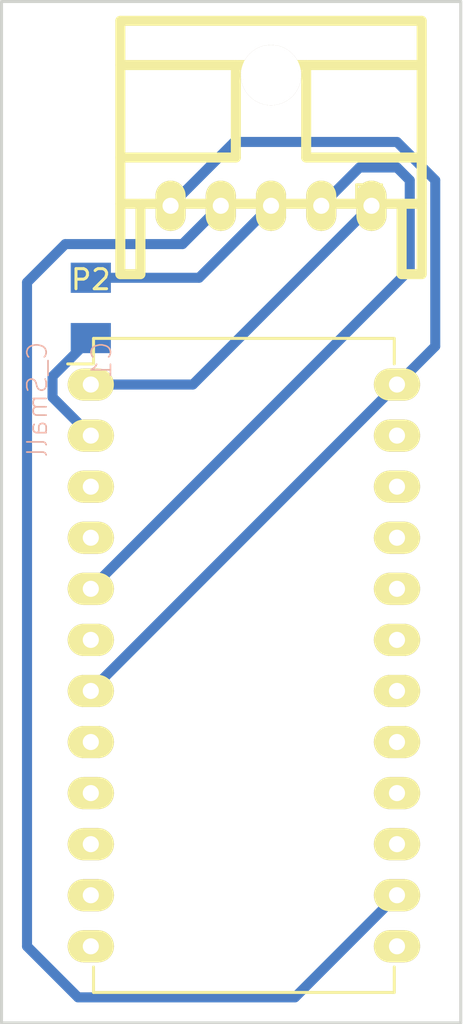
<source format=kicad_pcb>
(kicad_pcb (version 4) (host pcbnew 4.0.1-stable)

  (general
    (links 7)
    (no_connects 0)
    (area 173.279999 85.014999 196.928334 135.965001)
    (thickness 1.6)
    (drawings 4)
    (tracks 25)
    (zones 0)
    (modules 3)
    (nets 7)
  )

  (page A4)
  (layers
    (0 F.Cu signal)
    (31 B.Cu signal)
    (32 B.Adhes user)
    (33 F.Adhes user)
    (34 B.Paste user)
    (35 F.Paste user)
    (36 B.SilkS user)
    (37 F.SilkS user)
    (38 B.Mask user)
    (39 F.Mask user)
    (40 Dwgs.User user)
    (41 Cmts.User user)
    (42 Eco1.User user)
    (43 Eco2.User user)
    (44 Edge.Cuts user)
    (45 Margin user)
    (46 B.CrtYd user)
    (47 F.CrtYd user)
    (48 B.Fab user)
    (49 F.Fab user)
  )

  (setup
    (last_trace_width 0.5)
    (user_trace_width 0.5)
    (trace_clearance 0.25)
    (zone_clearance 0.508)
    (zone_45_only no)
    (trace_min 0.2)
    (segment_width 0.2)
    (edge_width 0.15)
    (via_size 0.6)
    (via_drill 0.4)
    (via_min_size 0.4)
    (via_min_drill 0.3)
    (uvia_size 0.3)
    (uvia_drill 0.1)
    (uvias_allowed no)
    (uvia_min_size 0.2)
    (uvia_min_drill 0.1)
    (pcb_text_width 0.3)
    (pcb_text_size 1.5 1.5)
    (mod_edge_width 0.15)
    (mod_text_size 1 1)
    (mod_text_width 0.15)
    (pad_size 1.524 1.524)
    (pad_drill 0.762)
    (pad_to_mask_clearance 0.2)
    (aux_axis_origin 0 0)
    (visible_elements FFFFFF7F)
    (pcbplotparams
      (layerselection 0x01000_80000000)
      (usegerberextensions false)
      (excludeedgelayer true)
      (linewidth 0.100000)
      (plotframeref false)
      (viasonmask false)
      (mode 1)
      (useauxorigin false)
      (hpglpennumber 1)
      (hpglpenspeed 20)
      (hpglpendiameter 15)
      (hpglpenoverlay 2)
      (psnegative false)
      (psa4output false)
      (plotreference true)
      (plotvalue true)
      (plotinvisibletext false)
      (padsonsilk false)
      (subtractmaskfromsilk false)
      (outputformat 1)
      (mirror false)
      (drillshape 0)
      (scaleselection 1)
      (outputdirectory ""))
  )

  (net 0 "")
  (net 1 /RST)
  (net 2 "Net-(C1-Pad2)")
  (net 3 /TX)
  (net 4 /RX)
  (net 5 +5V)
  (net 6 GND)

  (net_class Default "これは標準のネット クラスです。"
    (clearance 0.25)
    (trace_width 0.25)
    (via_dia 0.6)
    (via_drill 0.4)
    (uvia_dia 0.3)
    (uvia_drill 0.1)
    (add_net +5V)
    (add_net /RST)
    (add_net /RX)
    (add_net /TX)
    (add_net GND)
    (add_net "Net-(C1-Pad2)")
  )

  (module RP_KiCAD_Libs:C1206K (layer B.Cu) (tedit 0) (tstamp 5730438C)
    (at 177.8 100.33 90)
    (descr "<b>Ceramic Chip Capacitor KEMET 1206 reflow solder</b><p>\nMetric Code Size 3216")
    (path /57304464)
    (fp_text reference C1 (at -1.6 1.1 90) (layer B.SilkS)
      (effects (font (size 0.9652 0.9652) (thickness 0.08128)) (justify left bottom mirror))
    )
    (fp_text value C_Small (at -1.6 -2.1 90) (layer B.SilkS)
      (effects (font (size 0.9652 0.9652) (thickness 0.08128)) (justify left bottom mirror))
    )
    (fp_line (start -1.525 0.75) (end 1.525 0.75) (layer Dwgs.User) (width 0.1016))
    (fp_line (start 1.525 -0.75) (end -1.525 -0.75) (layer Dwgs.User) (width 0.1016))
    (fp_poly (pts (xy -1.6 -0.8) (xy -1.1 -0.8) (xy -1.1 0.8) (xy -1.6 0.8)) (layer Dwgs.User) (width 0))
    (fp_poly (pts (xy 1.1 -0.8) (xy 1.6 -0.8) (xy 1.6 0.8) (xy 1.1 0.8)) (layer Dwgs.User) (width 0))
    (pad 1 smd rect (at -1.5 0 90) (size 1.5 2) (layers B.Cu B.Paste B.Mask)
      (net 1 /RST))
    (pad 2 smd rect (at 1.5 0 90) (size 1.5 2) (layers B.Cu B.Paste B.Mask)
      (net 2 "Net-(C1-Pad2)"))
    (model Resistors_SMD.3dshapes/R_1206.wrl
      (at (xyz 0 0 0))
      (scale (xyz 1 1 1))
      (rotate (xyz 0 0 0))
    )
  )

  (module RP_KiCAD_Connector:XA_5SC (layer F.Cu) (tedit 56B5949F) (tstamp 57304396)
    (at 191.77 95.25 180)
    (path /57304306)
    (fp_text reference P1 (at 0 0.5 180) (layer F.SilkS)
      (effects (font (size 1 1) (thickness 0.15)))
    )
    (fp_text value CONN_01X05 (at 0 -0.5 180) (layer F.Fab)
      (effects (font (size 1 1) (thickness 0.15)))
    )
    (fp_line (start -2.5 -3.4) (end -1.5 -3.4) (layer F.SilkS) (width 0.5))
    (fp_line (start -1.5 -3.4) (end -1.5 0.1) (layer F.SilkS) (width 0.5))
    (fp_line (start 12.5 -3.4) (end 11.5 -3.4) (layer F.SilkS) (width 0.5))
    (fp_line (start 11.5 -3.4) (end 11.5 0.1) (layer F.SilkS) (width 0.5))
    (fp_line (start -2.5 0.1) (end 12.5 0.1) (layer F.SilkS) (width 0.5))
    (fp_line (start 3.25 2.4) (end -2.5 2.4) (layer F.SilkS) (width 0.5))
    (fp_line (start 6.75 2.4) (end 12.5 2.4) (layer F.SilkS) (width 0.5))
    (fp_line (start 6.75 2.4) (end 6.75 7) (layer F.SilkS) (width 0.5))
    (fp_line (start 3.25 2.4) (end 3.25 7) (layer F.SilkS) (width 0.5))
    (fp_line (start -2.5 7) (end 12.5 7) (layer F.SilkS) (width 0.5))
    (fp_line (start 12.5 -3.4) (end 12.5 9.2) (layer F.SilkS) (width 0.5))
    (fp_line (start 12.5 9.2) (end -2.5 9.2) (layer F.SilkS) (width 0.5))
    (fp_line (start -2.5 -3.4) (end -2.5 9.2) (layer F.SilkS) (width 0.5))
    (pad 1 thru_hole oval (at 0 0 180) (size 1.5 2.5) (drill 0.8) (layers *.Cu *.Mask F.SilkS)
      (net 3 /TX))
    (pad 2 thru_hole oval (at 2.5 0 180) (size 1.5 2.5) (drill 0.8) (layers *.Cu *.Mask F.SilkS)
      (net 4 /RX))
    (pad 3 thru_hole oval (at 5 0 180) (size 1.5 2.5) (drill 0.8) (layers *.Cu *.Mask F.SilkS)
      (net 2 "Net-(C1-Pad2)"))
    (pad 4 thru_hole oval (at 7.5 0 180) (size 1.5 2.5) (drill 0.8) (layers *.Cu *.Mask F.SilkS)
      (net 5 +5V))
    (pad 5 thru_hole oval (at 10 0 180) (size 1.5 2.5) (drill 0.8) (layers *.Cu *.Mask F.SilkS)
      (net 6 GND))
    (pad "" thru_hole circle (at 5 6.5 180) (size 3 3) (drill 3) (layers *.Cu *.Mask F.SilkS)
      (clearance -0.3))
    (model conn_XA/XA_5S.wrl
      (at (xyz 0.2 -0.2 0))
      (scale (xyz 4 4 4))
      (rotate (xyz 0 0 180))
    )
  )

  (module Housings_DIP:DIP-24_W15.24mm_LongPads (layer F.Cu) (tedit 54130A77) (tstamp 573043B2)
    (at 177.8 104.14)
    (descr "24-lead dip package, row spacing 15.24 mm (600 mils), longer pads")
    (tags "dil dip 2.54 600")
    (path /5730417D)
    (fp_text reference P2 (at 0 -5.22) (layer F.SilkS)
      (effects (font (size 1 1) (thickness 0.15)))
    )
    (fp_text value DIL24 (at 0 -3.72) (layer F.Fab)
      (effects (font (size 1 1) (thickness 0.15)))
    )
    (fp_line (start -1.4 -2.45) (end -1.4 30.4) (layer F.CrtYd) (width 0.05))
    (fp_line (start 16.65 -2.45) (end 16.65 30.4) (layer F.CrtYd) (width 0.05))
    (fp_line (start -1.4 -2.45) (end 16.65 -2.45) (layer F.CrtYd) (width 0.05))
    (fp_line (start -1.4 30.4) (end 16.65 30.4) (layer F.CrtYd) (width 0.05))
    (fp_line (start 0.135 -2.295) (end 0.135 -1.025) (layer F.SilkS) (width 0.15))
    (fp_line (start 15.105 -2.295) (end 15.105 -1.025) (layer F.SilkS) (width 0.15))
    (fp_line (start 15.105 30.235) (end 15.105 28.965) (layer F.SilkS) (width 0.15))
    (fp_line (start 0.135 30.235) (end 0.135 28.965) (layer F.SilkS) (width 0.15))
    (fp_line (start 0.135 -2.295) (end 15.105 -2.295) (layer F.SilkS) (width 0.15))
    (fp_line (start 0.135 30.235) (end 15.105 30.235) (layer F.SilkS) (width 0.15))
    (fp_line (start 0.135 -1.025) (end -1.15 -1.025) (layer F.SilkS) (width 0.15))
    (pad 1 thru_hole oval (at 0 0) (size 2.3 1.6) (drill 0.8) (layers *.Cu *.Mask F.SilkS)
      (net 3 /TX))
    (pad 2 thru_hole oval (at 0 2.54) (size 2.3 1.6) (drill 0.8) (layers *.Cu *.Mask F.SilkS)
      (net 1 /RST))
    (pad 3 thru_hole oval (at 0 5.08) (size 2.3 1.6) (drill 0.8) (layers *.Cu *.Mask F.SilkS))
    (pad 4 thru_hole oval (at 0 7.62) (size 2.3 1.6) (drill 0.8) (layers *.Cu *.Mask F.SilkS))
    (pad 5 thru_hole oval (at 0 10.16) (size 2.3 1.6) (drill 0.8) (layers *.Cu *.Mask F.SilkS)
      (net 4 /RX))
    (pad 6 thru_hole oval (at 0 12.7) (size 2.3 1.6) (drill 0.8) (layers *.Cu *.Mask F.SilkS))
    (pad 7 thru_hole oval (at 0 15.24) (size 2.3 1.6) (drill 0.8) (layers *.Cu *.Mask F.SilkS)
      (net 6 GND))
    (pad 8 thru_hole oval (at 0 17.78) (size 2.3 1.6) (drill 0.8) (layers *.Cu *.Mask F.SilkS))
    (pad 9 thru_hole oval (at 0 20.32) (size 2.3 1.6) (drill 0.8) (layers *.Cu *.Mask F.SilkS))
    (pad 10 thru_hole oval (at 0 22.86) (size 2.3 1.6) (drill 0.8) (layers *.Cu *.Mask F.SilkS))
    (pad 11 thru_hole oval (at 0 25.4) (size 2.3 1.6) (drill 0.8) (layers *.Cu *.Mask F.SilkS))
    (pad 12 thru_hole oval (at 0 27.94) (size 2.3 1.6) (drill 0.8) (layers *.Cu *.Mask F.SilkS))
    (pad 13 thru_hole oval (at 15.24 27.94) (size 2.3 1.6) (drill 0.8) (layers *.Cu *.Mask F.SilkS))
    (pad 14 thru_hole oval (at 15.24 25.4) (size 2.3 1.6) (drill 0.8) (layers *.Cu *.Mask F.SilkS)
      (net 5 +5V))
    (pad 15 thru_hole oval (at 15.24 22.86) (size 2.3 1.6) (drill 0.8) (layers *.Cu *.Mask F.SilkS))
    (pad 16 thru_hole oval (at 15.24 20.32) (size 2.3 1.6) (drill 0.8) (layers *.Cu *.Mask F.SilkS))
    (pad 17 thru_hole oval (at 15.24 17.78) (size 2.3 1.6) (drill 0.8) (layers *.Cu *.Mask F.SilkS))
    (pad 18 thru_hole oval (at 15.24 15.24) (size 2.3 1.6) (drill 0.8) (layers *.Cu *.Mask F.SilkS))
    (pad 19 thru_hole oval (at 15.24 12.7) (size 2.3 1.6) (drill 0.8) (layers *.Cu *.Mask F.SilkS))
    (pad 20 thru_hole oval (at 15.24 10.16) (size 2.3 1.6) (drill 0.8) (layers *.Cu *.Mask F.SilkS))
    (pad 21 thru_hole oval (at 15.24 7.62) (size 2.3 1.6) (drill 0.8) (layers *.Cu *.Mask F.SilkS))
    (pad 22 thru_hole oval (at 15.24 5.08) (size 2.3 1.6) (drill 0.8) (layers *.Cu *.Mask F.SilkS))
    (pad 23 thru_hole oval (at 15.24 2.54) (size 2.3 1.6) (drill 0.8) (layers *.Cu *.Mask F.SilkS))
    (pad 24 thru_hole oval (at 15.24 0) (size 2.3 1.6) (drill 0.8) (layers *.Cu *.Mask F.SilkS)
      (net 6 GND))
    (model Housings_DIP.3dshapes/DIP-24_W15.24mm_LongPads.wrl
      (at (xyz 0 0 0))
      (scale (xyz 1 1 1))
      (rotate (xyz 0 0 0))
    )
  )

  (gr_line (start 173.355 85.09) (end 196.215 85.09) (angle 90) (layer Edge.Cuts) (width 0.15))
  (gr_line (start 173.355 135.89) (end 173.355 85.09) (angle 90) (layer Edge.Cuts) (width 0.15))
  (gr_line (start 196.215 135.89) (end 173.355 135.89) (angle 90) (layer Edge.Cuts) (width 0.15))
  (gr_line (start 196.215 85.09) (end 196.215 135.89) (angle 90) (layer Edge.Cuts) (width 0.15))

  (segment (start 177.8 101.83) (end 175.895 103.735) (width 0.5) (layer B.Cu) (net 1) (status 400000))
  (segment (start 175.895 104.775) (end 177.8 106.68) (width 0.5) (layer B.Cu) (net 1) (tstamp 573045DF) (status 800000))
  (segment (start 175.895 103.735) (end 175.895 104.775) (width 0.5) (layer B.Cu) (net 1) (tstamp 573045DE))
  (segment (start 186.77 95.25) (end 183.19 98.83) (width 0.5) (layer B.Cu) (net 2) (status 400000))
  (segment (start 183.19 98.83) (end 177.8 98.83) (width 0.5) (layer B.Cu) (net 2) (tstamp 573045E6) (status 800000))
  (segment (start 177.8 104.14) (end 182.88 104.14) (width 0.5) (layer B.Cu) (net 3) (status 400000))
  (segment (start 182.88 104.14) (end 191.77 95.25) (width 0.5) (layer B.Cu) (net 3) (tstamp 573045E2) (status 800000))
  (segment (start 189.27 95.25) (end 191.175 93.345) (width 0.5) (layer B.Cu) (net 4) (status 400000))
  (segment (start 193.675 98.425) (end 177.8 114.3) (width 0.5) (layer B.Cu) (net 4) (tstamp 573045ED) (status 800000))
  (segment (start 193.675 93.98) (end 193.675 98.425) (width 0.5) (layer B.Cu) (net 4) (tstamp 573045EC))
  (segment (start 193.04 93.345) (end 193.675 93.98) (width 0.5) (layer B.Cu) (net 4) (tstamp 573045EB))
  (segment (start 191.175 93.345) (end 193.04 93.345) (width 0.5) (layer B.Cu) (net 4) (tstamp 573045EA))
  (segment (start 184.27 95.25) (end 182.365 97.155) (width 0.5) (layer B.Cu) (net 5) (status 400000))
  (segment (start 187.96 134.62) (end 193.04 129.54) (width 0.5) (layer B.Cu) (net 5) (tstamp 573045DA) (status 800000))
  (segment (start 177.165 134.62) (end 187.96 134.62) (width 0.5) (layer B.Cu) (net 5) (tstamp 573045D8))
  (segment (start 174.625 132.08) (end 177.165 134.62) (width 0.5) (layer B.Cu) (net 5) (tstamp 573045D6))
  (segment (start 174.625 99.06) (end 174.625 132.08) (width 0.5) (layer B.Cu) (net 5) (tstamp 573045D5))
  (segment (start 176.53 97.155) (end 174.625 99.06) (width 0.5) (layer B.Cu) (net 5) (tstamp 573045D4))
  (segment (start 182.365 97.155) (end 176.53 97.155) (width 0.5) (layer B.Cu) (net 5) (tstamp 573045D3))
  (segment (start 193.04 104.14) (end 194.945 102.235) (width 0.5) (layer B.Cu) (net 6) (status 400000))
  (segment (start 184.945 92.075) (end 181.77 95.25) (width 0.5) (layer B.Cu) (net 6) (tstamp 573045F6) (status 800000))
  (segment (start 193.04 92.075) (end 184.945 92.075) (width 0.5) (layer B.Cu) (net 6) (tstamp 573045F5))
  (segment (start 194.945 93.98) (end 193.04 92.075) (width 0.5) (layer B.Cu) (net 6) (tstamp 573045F4))
  (segment (start 194.945 102.235) (end 194.945 93.98) (width 0.5) (layer B.Cu) (net 6) (tstamp 573045F3))
  (segment (start 177.8 119.38) (end 193.04 104.14) (width 0.5) (layer B.Cu) (net 6) (status C00000))

)

</source>
